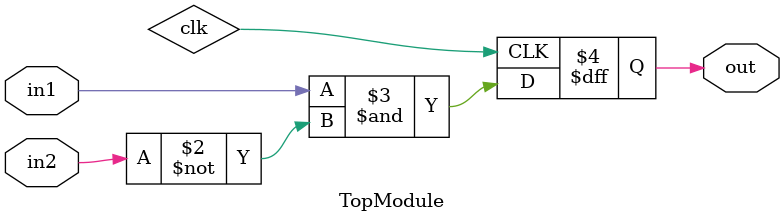
<source format=sv>


module TopModule (
  input in1,
  input in2,
  output logic out
);

always_ff @(posedge clk) begin
    // Apply a bubble (invert) to in2 before feeding it into the AND gate
    out <= in1 & ~in2;
end

endmodule

</source>
